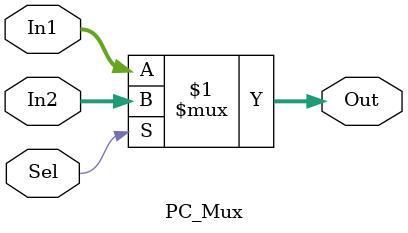
<source format=v>
`timescale 1ns / 1ps
module PC_Mux(Sel,In1,In2,Out);

	input Sel;
	input[31:0] In1, In2;
	
	output[31:0] Out;
	wire[31:0] Out;

	assign Out = (Sel)?In2:In1;

endmodule

</source>
